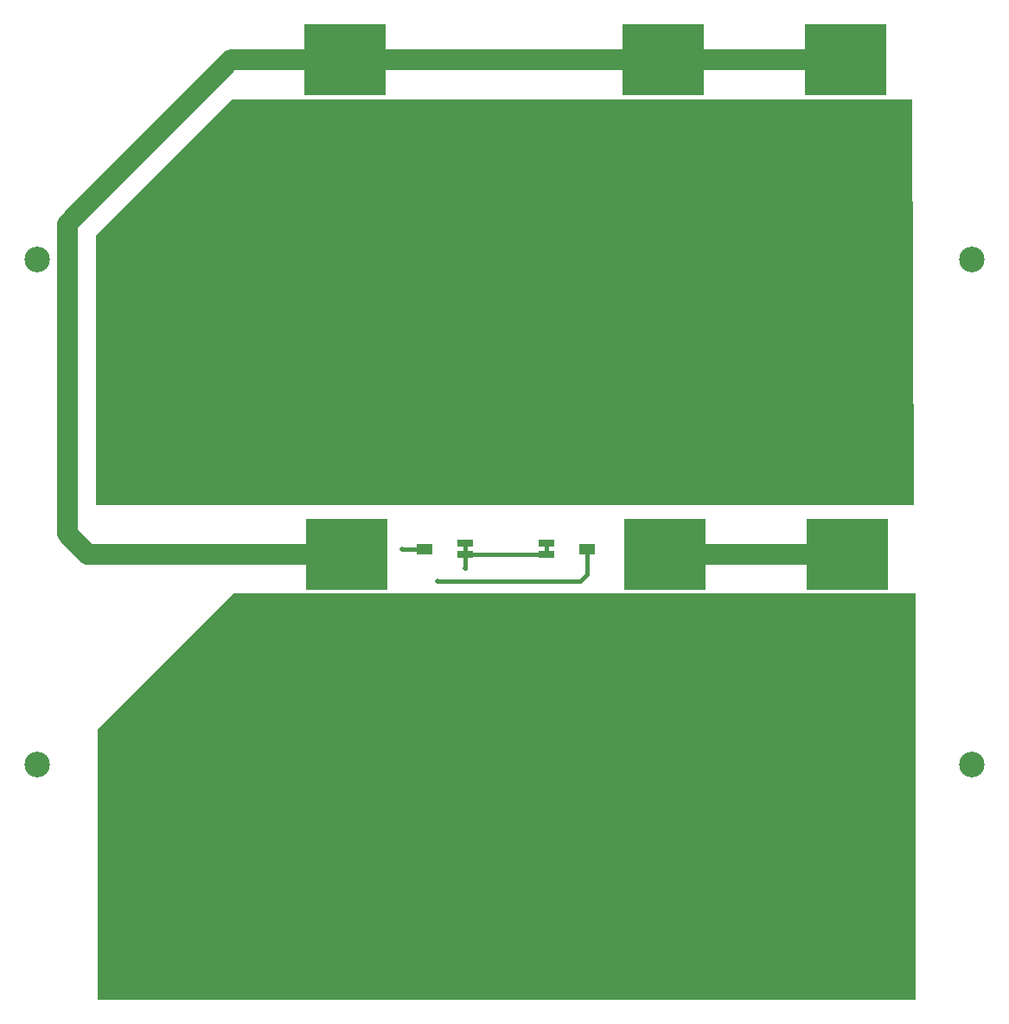
<source format=gtl>
G04 Layer_Physical_Order=1*
G04 Layer_Color=255*
%FSLAX25Y25*%
%MOIN*%
G70*
G01*
G75*
%ADD10R,0.06299X0.03150*%
%ADD11R,0.06299X0.03937*%
%ADD12R,0.31496X0.27559*%
%ADD13R,1.96850X0.19685*%
%ADD14R,1.96850X0.27559*%
%ADD15C,0.08000*%
%ADD16C,0.01000*%
%ADD17C,0.01500*%
%ADD18C,0.45000*%
%ADD19C,0.09842*%
%ADD20C,0.02000*%
G36*
X319917Y8850D02*
X4417D01*
Y112685D01*
X57083Y165350D01*
X319917Y165350D01*
Y8850D01*
D02*
G37*
G36*
X319163Y199705D02*
X318810Y199350D01*
X3917D01*
X3917Y303350D01*
X56417Y355850D01*
X318669Y355850D01*
X319163Y199705D01*
D02*
G37*
D10*
X177445Y180285D02*
D03*
Y184616D02*
D03*
X146378D02*
D03*
Y180285D02*
D03*
D11*
X193193Y182450D02*
D03*
X130630D02*
D03*
D12*
X100585Y180529D02*
D03*
X223321Y180532D02*
D03*
X293498D02*
D03*
X99935Y370998D02*
D03*
X222671Y371000D02*
D03*
X292848D02*
D03*
D13*
X162602Y146300D02*
D03*
Y31500D02*
D03*
X161953Y336769D02*
D03*
Y221969D02*
D03*
D14*
X162500Y77000D02*
D03*
X161850Y267469D02*
D03*
D15*
X71000Y370998D02*
X73500D01*
X56065D02*
X71000D01*
X78500D02*
X81000D01*
X99935D01*
X70500Y180529D02*
X73000D01*
X738D02*
X70500D01*
X73000D02*
X75500D01*
X80500D02*
X100585D01*
X193917Y370998D02*
X196417D01*
X99935D02*
X193917D01*
X196417D02*
X198917D01*
X201417D01*
X203917D01*
X263417D02*
X265917D01*
X268417D01*
X270917D01*
X273417D01*
X292846D01*
X273417Y180532D02*
X293498D01*
X270917D02*
X273417D01*
X268417D02*
X270917D01*
X265917D02*
X268417D01*
X263417D02*
X265917D01*
X260917D02*
X263417D01*
X258417D02*
X260917D01*
X255917D02*
X258417D01*
X253417D02*
X255917D01*
X250917D02*
X253417D01*
X248417D02*
X250917D01*
X245917D02*
X248417D01*
X243417D02*
X245917D01*
X240917D02*
X243417D01*
X223321D02*
X240917D01*
X-7083Y188350D02*
X738Y180529D01*
X-7083Y307850D02*
X56065Y370998D01*
X-7083Y188350D02*
Y200059D01*
Y205059D02*
Y307850D01*
Y200059D02*
Y205059D01*
X75500Y180529D02*
X80500D01*
X73500Y370998D02*
X78500D01*
X203917D02*
X263417D01*
D16*
X292846D02*
X292848Y371000D01*
X145441Y180285D02*
X146378Y179348D01*
X145441Y180285D02*
X146378Y181222D01*
X177445Y181269D02*
X178429Y180285D01*
D17*
X121917Y182450D02*
X130630D01*
X131417D01*
X146378Y181222D02*
Y183632D01*
X145394Y180285D02*
X145441D01*
X146378Y175000D02*
Y179348D01*
X177445Y181269D02*
Y183632D01*
X135417Y169950D02*
X190450D01*
X193193Y172693D01*
Y181663D01*
X145441Y180285D02*
X178429D01*
X145394Y184616D02*
X146378Y183632D01*
X177445Y183632D02*
X178429Y184616D01*
X192405Y182450D02*
X193193Y181663D01*
D18*
X82117Y87500D02*
D03*
X161317D02*
D03*
X240517D02*
D03*
X82117Y277850D02*
D03*
X161317D02*
D03*
X240517D02*
D03*
D19*
X-18898Y294094D02*
D03*
Y99606D02*
D03*
X341732Y294094D02*
D03*
Y99606D02*
D03*
D20*
X71000Y370998D02*
D03*
X73500D02*
D03*
X76000Y371000D02*
D03*
X78500Y370998D02*
D03*
X81000D02*
D03*
X70500Y180529D02*
D03*
X73000D02*
D03*
X75500D02*
D03*
X78000Y180500D02*
D03*
X80500Y180529D02*
D03*
X193917Y370998D02*
D03*
X196417D02*
D03*
X198917D02*
D03*
X201417D02*
D03*
X203917D02*
D03*
X263417D02*
D03*
X265917D02*
D03*
X268417D02*
D03*
X270917D02*
D03*
X273417D02*
D03*
Y180532D02*
D03*
X270917D02*
D03*
X268417D02*
D03*
X265917D02*
D03*
X-7391Y195059D02*
D03*
Y197559D02*
D03*
Y200059D02*
D03*
Y205059D02*
D03*
X263417Y180532D02*
D03*
X260917D02*
D03*
X258417D02*
D03*
X255917D02*
D03*
X253417D02*
D03*
X250917D02*
D03*
X248417D02*
D03*
X245917D02*
D03*
X243417D02*
D03*
X240917D02*
D03*
X135417Y169950D02*
D03*
X121917Y182450D02*
D03*
X-7391Y202559D02*
D03*
X146378Y175000D02*
D03*
M02*

</source>
